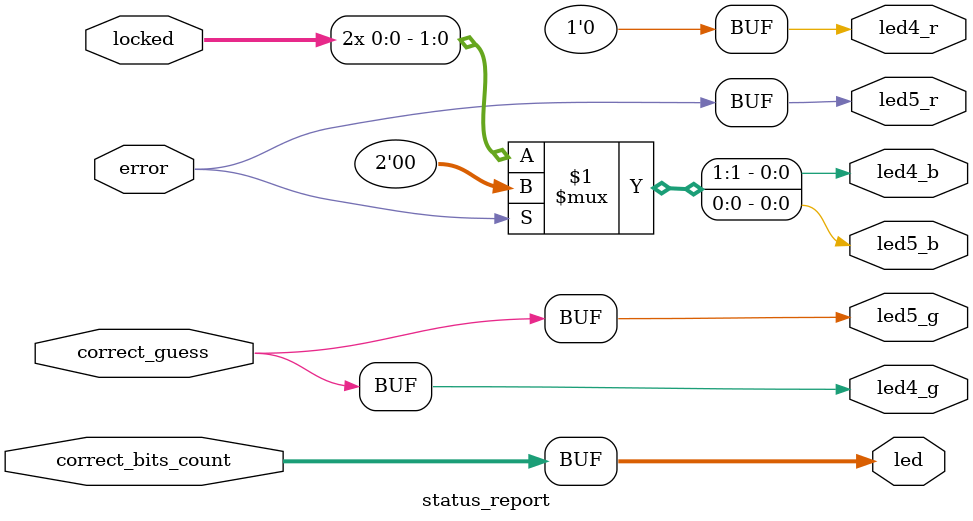
<source format=v>
`timescale 1ns / 1ps


module status_report(
  output [3:0] led,
  output led4_b,
  output led5_b,
  output led4_g,
  output led5_g,
  output led4_r,
  output led5_r,
  input [3:0] correct_bits_count,
  input error,
  input locked,
  input correct_guess
  );

  assign led = correct_bits_count;
  assign {led4_b, led5_b} = error ? 2'b00 : {2{locked}};
  assign {led4_r, led5_r} = error;
  assign {led4_g, led5_g} = {2{correct_guess}};
endmodule

</source>
